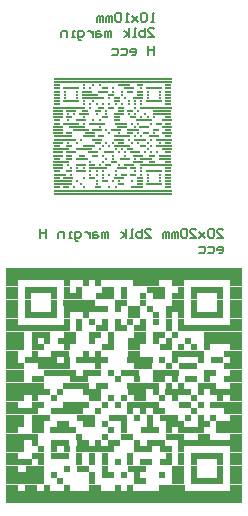
<source format=gbo>
G04*
G04 #@! TF.GenerationSoftware,Altium Limited,Altium Designer,21.3.2 (30)*
G04*
G04 Layer_Color=32896*
%FSLAX25Y25*%
%MOIN*%
G70*
G04*
G04 #@! TF.SameCoordinates,854D5A4D-7B49-4B2E-BA62-70F088FD304A*
G04*
G04*
G04 #@! TF.FilePolarity,Positive*
G04*
G01*
G75*
%ADD12C,0.00600*%
%ADD43R,0.78740X0.02130*%
%ADD44R,0.78740X0.02126*%
%ADD45R,0.04256X0.02130*%
%ADD46R,0.08512X0.02130*%
%ADD47R,0.02130X0.02130*%
%ADD48R,0.02126X0.02130*%
%ADD49R,0.04256X0.02130*%
%ADD50R,0.04256X0.02126*%
%ADD51R,0.10638X0.02126*%
%ADD52R,0.04256X0.02126*%
%ADD53R,0.02130X0.02126*%
%ADD54R,0.02130X0.02126*%
%ADD55R,0.12768X0.02126*%
%ADD56R,0.02126X0.02130*%
%ADD57R,0.02130X0.02130*%
%ADD58R,0.12768X0.02130*%
%ADD59R,0.04256X0.02126*%
%ADD60R,0.02126X0.02126*%
%ADD61R,0.04256X0.02126*%
%ADD62R,0.06386X0.02126*%
%ADD63R,0.02130X0.02126*%
%ADD64R,0.02126X0.02126*%
%ADD65R,0.06382X0.02126*%
%ADD66R,0.02126X0.02126*%
%ADD67R,0.02126X0.02126*%
%ADD68R,0.06382X0.02126*%
%ADD69R,0.06382X0.02130*%
%ADD70R,0.06386X0.02130*%
%ADD71R,0.21279X0.02126*%
%ADD72R,0.06386X0.02126*%
%ADD73R,0.10642X0.02130*%
%ADD74R,0.08512X0.02126*%
%ADD75R,0.06386X0.02126*%
%ADD76R,0.04260X0.02130*%
%ADD77R,0.04256X0.02130*%
%ADD78R,0.02130X0.02130*%
%ADD79R,0.02130X0.02130*%
%ADD80R,0.06386X0.02130*%
%ADD81R,0.02126X0.02130*%
%ADD82R,0.02126X0.02130*%
%ADD83R,0.06382X0.02130*%
%ADD84R,0.06386X0.02126*%
%ADD85R,0.04260X0.02126*%
%ADD86R,0.10642X0.02126*%
%ADD87R,0.08512X0.02130*%
%ADD88R,0.14898X0.02130*%
%ADD89R,0.04260X0.02130*%
%ADD90R,0.06386X0.02130*%
%ADD91R,0.08516X0.02126*%
%ADD92R,0.10642X0.02126*%
%ADD93R,0.10638X0.02130*%
%ADD94R,0.12768X0.02126*%
%ADD95R,0.02130X0.02126*%
%ADD96R,0.21279X0.02126*%
%ADD97R,0.10642X0.02126*%
%ADD98R,0.39370X0.01063*%
%ADD99R,0.39370X0.01067*%
%ADD100R,0.02130X0.01063*%
%ADD101R,0.04260X0.01063*%
%ADD102R,0.01063X0.01063*%
%ADD103R,0.02126X0.01063*%
%ADD104R,0.01067X0.01063*%
%ADD105R,0.02126X0.01063*%
%ADD106R,0.02130X0.01063*%
%ADD107R,0.05319X0.01063*%
%ADD108R,0.02130X0.01063*%
%ADD109R,0.01063X0.01063*%
%ADD110R,0.06386X0.01063*%
%ADD111R,0.01063X0.01063*%
%ADD112R,0.02130X0.01063*%
%ADD113R,0.06386X0.01063*%
%ADD114R,0.02130X0.01067*%
%ADD115R,0.01063X0.01067*%
%ADD116R,0.01063X0.01067*%
%ADD117R,0.02130X0.01067*%
%ADD118R,0.03193X0.01067*%
%ADD119R,0.01067X0.01067*%
%ADD120R,0.03193X0.01067*%
%ADD121R,0.04256X0.01063*%
%ADD122R,0.05319X0.01063*%
%ADD123R,0.03193X0.01063*%
%ADD124R,0.10642X0.01067*%
%ADD125R,0.03193X0.01063*%
%ADD126R,0.04256X0.01063*%
%ADD127R,0.04256X0.01063*%
%ADD128R,0.03189X0.01063*%
%ADD129R,0.01063X0.01063*%
%ADD130R,0.01067X0.01063*%
%ADD131R,0.04256X0.01067*%
%ADD132R,0.05319X0.01063*%
%ADD133R,0.02126X0.01067*%
%ADD134R,0.07449X0.01063*%
%ADD135R,0.03193X0.01063*%
%ADD136R,0.05319X0.01063*%
%ADD137R,0.02126X0.01063*%
%ADD138R,0.04260X0.01063*%
%ADD139R,0.05319X0.01067*%
%ADD140R,0.05323X0.01063*%
%ADD141R,0.04256X0.01063*%
%ADD142R,0.02126X0.01067*%
%ADD143R,0.05323X0.01067*%
D12*
X314400Y174677D02*
X313400D01*
X313900D01*
Y177676D01*
X314400Y177176D01*
X311901D02*
X311401Y177676D01*
X310401D01*
X309901Y177176D01*
Y175177D01*
X310401Y174677D01*
X311401D01*
X311901Y175177D01*
Y177176D01*
X308902Y176677D02*
X306902Y174677D01*
X307902Y175677D01*
X306902Y176677D01*
X308902Y174677D01*
X305903D02*
X304903D01*
X305403D01*
Y177676D01*
X305903Y177176D01*
X303404D02*
X302904Y177676D01*
X301904D01*
X301404Y177176D01*
Y175177D01*
X301904Y174677D01*
X302904D01*
X303404Y175177D01*
Y177176D01*
X300405Y174677D02*
Y176677D01*
X299905D01*
X299405Y176177D01*
Y174677D01*
Y176177D01*
X298905Y176677D01*
X298405Y176177D01*
Y174677D01*
X297406D02*
Y176677D01*
X296906D01*
X296406Y176177D01*
Y174677D01*
Y176177D01*
X295906Y176677D01*
X295406Y176177D01*
Y174677D01*
X312401Y169639D02*
X314400D01*
X312401Y171638D01*
Y172138D01*
X312900Y172638D01*
X313900D01*
X314400Y172138D01*
X311401Y172638D02*
Y169639D01*
X309901D01*
X309402Y170138D01*
Y170638D01*
Y171138D01*
X309901Y171638D01*
X311401D01*
X308402Y169639D02*
X307402D01*
X307902D01*
Y172638D01*
X308402D01*
X305903Y169639D02*
Y172638D01*
Y170638D02*
X304403Y171638D01*
X305903Y170638D02*
X304403Y169639D01*
X299905D02*
Y171638D01*
X299405D01*
X298905Y171138D01*
Y169639D01*
Y171138D01*
X298405Y171638D01*
X297905Y171138D01*
Y169639D01*
X296406Y171638D02*
X295406D01*
X294906Y171138D01*
Y169639D01*
X296406D01*
X296906Y170138D01*
X296406Y170638D01*
X294906D01*
X293907Y171638D02*
Y169639D01*
Y170638D01*
X293407Y171138D01*
X292907Y171638D01*
X292407D01*
X289908Y168639D02*
X289408D01*
X288908Y169139D01*
Y171638D01*
X290408D01*
X290908Y171138D01*
Y170138D01*
X290408Y169639D01*
X288908D01*
X287909D02*
X286909D01*
X287409D01*
Y171638D01*
X287909D01*
X285409Y169639D02*
Y171638D01*
X283910D01*
X283410Y171138D01*
Y169639D01*
X314400Y166599D02*
Y163600D01*
Y165100D01*
X312401D01*
Y166599D01*
Y163600D01*
X306902D02*
X307902D01*
X308402Y164100D01*
Y165100D01*
X307902Y165599D01*
X306902D01*
X306403Y165100D01*
Y164600D01*
X308402D01*
X303404Y165599D02*
X304903D01*
X305403Y165100D01*
Y164100D01*
X304903Y163600D01*
X303404D01*
X300405Y165599D02*
X301904D01*
X302404Y165100D01*
Y164100D01*
X301904Y163600D01*
X300405D01*
X335401Y102639D02*
X337400D01*
X335401Y104638D01*
Y105138D01*
X335900Y105638D01*
X336900D01*
X337400Y105138D01*
X334401D02*
X333901Y105638D01*
X332902D01*
X332402Y105138D01*
Y103139D01*
X332902Y102639D01*
X333901D01*
X334401Y103139D01*
Y105138D01*
X331402Y104638D02*
X329403Y102639D01*
X330402Y103639D01*
X329403Y104638D01*
X331402Y102639D01*
X326404D02*
X328403D01*
X326404Y104638D01*
Y105138D01*
X326903Y105638D01*
X327903D01*
X328403Y105138D01*
X325404D02*
X324904Y105638D01*
X323904D01*
X323405Y105138D01*
Y103139D01*
X323904Y102639D01*
X324904D01*
X325404Y103139D01*
Y105138D01*
X322405Y102639D02*
Y104638D01*
X321905D01*
X321405Y104138D01*
Y102639D01*
Y104138D01*
X320905Y104638D01*
X320406Y104138D01*
Y102639D01*
X319406D02*
Y104638D01*
X318906D01*
X318406Y104138D01*
Y102639D01*
Y104138D01*
X317906Y104638D01*
X317407Y104138D01*
Y102639D01*
X311408D02*
X313408D01*
X311408Y104638D01*
Y105138D01*
X311908Y105638D01*
X312908D01*
X313408Y105138D01*
X310409Y105638D02*
Y102639D01*
X308909D01*
X308409Y103139D01*
Y103639D01*
Y104138D01*
X308909Y104638D01*
X310409D01*
X307410Y102639D02*
X306410D01*
X306910D01*
Y105638D01*
X307410D01*
X304910Y102639D02*
Y105638D01*
Y103639D02*
X303411Y104638D01*
X304910Y103639D02*
X303411Y102639D01*
X298912D02*
Y104638D01*
X298413D01*
X297913Y104138D01*
Y102639D01*
Y104138D01*
X297413Y104638D01*
X296913Y104138D01*
Y102639D01*
X295414Y104638D02*
X294414D01*
X293914Y104138D01*
Y102639D01*
X295414D01*
X295913Y103139D01*
X295414Y103639D01*
X293914D01*
X292914Y104638D02*
Y102639D01*
Y103639D01*
X292415Y104138D01*
X291915Y104638D01*
X291415D01*
X288916Y101639D02*
X288416D01*
X287916Y102139D01*
Y104638D01*
X289416D01*
X289915Y104138D01*
Y103139D01*
X289416Y102639D01*
X287916D01*
X286916D02*
X285917D01*
X286417D01*
Y104638D01*
X286916D01*
X284417Y102639D02*
Y104638D01*
X282918D01*
X282418Y104138D01*
Y102639D01*
X278419Y105638D02*
Y102639D01*
Y104138D01*
X276420D01*
Y105638D01*
Y102639D01*
X335900Y97600D02*
X336900D01*
X337400Y98100D01*
Y99099D01*
X336900Y99599D01*
X335900D01*
X335401Y99099D01*
Y98600D01*
X337400D01*
X332402Y99599D02*
X333901D01*
X334401Y99099D01*
Y98100D01*
X333901Y97600D01*
X332402D01*
X329403Y99599D02*
X330902D01*
X331402Y99099D01*
Y98100D01*
X330902Y97600D01*
X329403D01*
D43*
X304370Y15065D02*
D03*
Y91675D02*
D03*
D44*
Y17193D02*
D03*
Y89547D02*
D03*
D45*
X341612Y19321D02*
D03*
X294793D02*
D03*
X267128D02*
D03*
X341612Y23577D02*
D03*
X299049D02*
D03*
X341612Y27833D02*
D03*
X318203D02*
D03*
X341612Y32089D02*
D03*
X318203D02*
D03*
X341612Y36345D02*
D03*
X330971D02*
D03*
Y40600D02*
D03*
X284152D02*
D03*
X275640D02*
D03*
X324589Y46986D02*
D03*
X275640D02*
D03*
X267128D02*
D03*
X326715Y55498D02*
D03*
X275640D02*
D03*
X307561Y64010D02*
D03*
X267128D02*
D03*
X341612Y66140D02*
D03*
X318203D02*
D03*
X307561D02*
D03*
X299049D02*
D03*
X275640D02*
D03*
X309691Y70396D02*
D03*
X294793D02*
D03*
X286281D02*
D03*
X341612Y78908D02*
D03*
X307561D02*
D03*
X267128D02*
D03*
X341612Y83163D02*
D03*
X267128D02*
D03*
X341612Y87419D02*
D03*
X267128D02*
D03*
D46*
X320331Y19321D02*
D03*
X269256Y27833D02*
D03*
X339484Y40600D02*
D03*
X288409Y46986D02*
D03*
X311819Y87419D02*
D03*
D47*
X306498Y19321D02*
D03*
X302242D02*
D03*
X278833D02*
D03*
X317140Y23577D02*
D03*
X306498Y27833D02*
D03*
X302242D02*
D03*
X297986D02*
D03*
Y36345D02*
D03*
Y40600D02*
D03*
X329907Y46986D02*
D03*
X302242D02*
D03*
X297986D02*
D03*
X329907Y51242D02*
D03*
X315010D02*
D03*
X283089D02*
D03*
X321396Y55498D02*
D03*
X302242D02*
D03*
X291600Y64010D02*
D03*
X274577D02*
D03*
X321396Y70396D02*
D03*
X302242Y78908D02*
D03*
X310754Y83163D02*
D03*
X291600Y87419D02*
D03*
D48*
X285216Y19321D02*
D03*
X308626Y23577D02*
D03*
X276705Y27833D02*
D03*
X285216Y32089D02*
D03*
X276705D02*
D03*
X332035Y55498D02*
D03*
X308626D02*
D03*
X319268Y59754D02*
D03*
X332035Y66140D02*
D03*
X285216D02*
D03*
X300114Y70396D02*
D03*
X285216Y87419D02*
D03*
D49*
X273514Y19321D02*
D03*
X322459Y23577D02*
D03*
X311817Y27833D02*
D03*
X305435Y36345D02*
D03*
X322459Y83163D02*
D03*
Y87419D02*
D03*
D50*
X341612Y21449D02*
D03*
X309691D02*
D03*
X341612Y29961D02*
D03*
X275640D02*
D03*
X267128D02*
D03*
X275640Y38472D02*
D03*
X267128D02*
D03*
X341612Y53370D02*
D03*
Y61882D02*
D03*
X267128D02*
D03*
X309691Y72524D02*
D03*
X341612Y76780D02*
D03*
X307561D02*
D03*
X267128D02*
D03*
X341612Y85291D02*
D03*
X299049D02*
D03*
X267128D02*
D03*
D51*
X332035Y21449D02*
D03*
Y29961D02*
D03*
X285216Y44858D02*
D03*
X276705Y61882D02*
D03*
X332035Y76780D02*
D03*
X276705D02*
D03*
X332035Y85291D02*
D03*
X276705D02*
D03*
D52*
X322459Y21449D02*
D03*
X296923Y53370D02*
D03*
X335226Y61882D02*
D03*
X303305Y72524D02*
D03*
X296923D02*
D03*
D53*
X293730Y21449D02*
D03*
Y29961D02*
D03*
D54*
X283089Y21449D02*
D03*
X306498Y29961D02*
D03*
X297986D02*
D03*
X310754Y44858D02*
D03*
X306498D02*
D03*
X329907Y61882D02*
D03*
X321396D02*
D03*
X317140D02*
D03*
X315010Y76780D02*
D03*
X291600D02*
D03*
D55*
X271384Y21449D02*
D03*
Y53370D02*
D03*
D56*
X336291Y23577D02*
D03*
X327780D02*
D03*
X304370D02*
D03*
X280961D02*
D03*
X336291Y27833D02*
D03*
X327780D02*
D03*
X323524D02*
D03*
X289472D02*
D03*
X323524Y32089D02*
D03*
X280961D02*
D03*
X289472Y36345D02*
D03*
X312882Y40600D02*
D03*
X304370D02*
D03*
X295858Y59754D02*
D03*
Y64010D02*
D03*
X327780Y66140D02*
D03*
X323524D02*
D03*
X336291Y78908D02*
D03*
X327780D02*
D03*
X312882D02*
D03*
X280961D02*
D03*
X272449D02*
D03*
X336291Y83163D02*
D03*
X327780D02*
D03*
X304370D02*
D03*
X280961D02*
D03*
X272449D02*
D03*
X295858Y87419D02*
D03*
D57*
X293730Y23577D02*
D03*
Y27833D02*
D03*
D58*
X271384Y23577D02*
D03*
X294793Y32089D02*
D03*
X337356Y70396D02*
D03*
D59*
X341612Y25705D02*
D03*
X267128D02*
D03*
X301179Y34216D02*
D03*
X341612Y49114D02*
D03*
X309691D02*
D03*
X294793D02*
D03*
X341612Y57626D02*
D03*
X333100D02*
D03*
X341612Y81035D02*
D03*
X267128D02*
D03*
D60*
X336291Y25705D02*
D03*
X327780D02*
D03*
X295858Y34216D02*
D03*
X336291Y49114D02*
D03*
X327780D02*
D03*
X304370D02*
D03*
X280961D02*
D03*
X336291Y81035D02*
D03*
X327780D02*
D03*
X280961D02*
D03*
X272449D02*
D03*
D61*
X322459Y25705D02*
D03*
X290537D02*
D03*
Y34216D02*
D03*
X322459Y81035D02*
D03*
X303305D02*
D03*
D62*
X308626Y25705D02*
D03*
X268193Y34216D02*
D03*
Y49114D02*
D03*
X293728Y57626D02*
D03*
X268193D02*
D03*
X308626Y68268D02*
D03*
X285216D02*
D03*
X268193D02*
D03*
D63*
X297986Y25705D02*
D03*
X274577Y34216D02*
D03*
X321396Y49114D02*
D03*
X317140D02*
D03*
X274577D02*
D03*
X315010Y68268D02*
D03*
X278833D02*
D03*
X274577D02*
D03*
X310754Y81035D02*
D03*
D64*
X285216Y25705D02*
D03*
X308626Y34216D02*
D03*
X300114Y49114D02*
D03*
Y57626D02*
D03*
X319268Y68268D02*
D03*
X300114D02*
D03*
D65*
X274577Y25705D02*
D03*
X283089Y34216D02*
D03*
X306498Y57626D02*
D03*
D66*
X323524Y29961D02*
D03*
X289472D02*
D03*
X304370Y38472D02*
D03*
X327780Y44858D02*
D03*
X295858D02*
D03*
X323524Y53370D02*
D03*
X289472Y72524D02*
D03*
X323524Y76780D02*
D03*
Y85291D02*
D03*
X304370D02*
D03*
X289472D02*
D03*
D67*
X319268Y29961D02*
D03*
Y38472D02*
D03*
X300114D02*
D03*
X319268Y53370D02*
D03*
X285216Y61882D02*
D03*
X319268Y72524D02*
D03*
Y76780D02*
D03*
X285216D02*
D03*
Y85291D02*
D03*
D68*
X283089Y29961D02*
D03*
D69*
X310754Y32089D02*
D03*
X321396Y36345D02*
D03*
Y40600D02*
D03*
X325652Y59754D02*
D03*
X310754D02*
D03*
X283089Y64010D02*
D03*
X321396Y78908D02*
D03*
X297986Y83163D02*
D03*
X287345D02*
D03*
D70*
X268193Y32089D02*
D03*
Y40600D02*
D03*
X308626Y51242D02*
D03*
X293728D02*
D03*
X340547Y55498D02*
D03*
X268193D02*
D03*
X340547Y59754D02*
D03*
X268193D02*
D03*
X340547Y64010D02*
D03*
X268193Y66140D02*
D03*
X276705Y70396D02*
D03*
X268193D02*
D03*
D71*
X333100Y34216D02*
D03*
D72*
X315012D02*
D03*
D73*
X270321Y36345D02*
D03*
X338419Y46986D02*
D03*
X310754D02*
D03*
X338419Y51242D02*
D03*
X325652Y64010D02*
D03*
D74*
X339484Y38472D02*
D03*
X326716D02*
D03*
X284154D02*
D03*
X288409Y53370D02*
D03*
X309689Y61882D02*
D03*
D75*
X312882Y38472D02*
D03*
X315012Y85291D02*
D03*
D76*
X292665Y40600D02*
D03*
D77*
X341612Y42730D02*
D03*
Y74652D02*
D03*
X267128D02*
D03*
D78*
X334163Y42730D02*
D03*
X329907D02*
D03*
X315010Y74652D02*
D03*
X310754D02*
D03*
X306498D02*
D03*
X302242D02*
D03*
X297986D02*
D03*
D79*
X325652Y42730D02*
D03*
X293730Y74652D02*
D03*
D80*
X319268Y42730D02*
D03*
X291602D02*
D03*
X276705D02*
D03*
X268193D02*
D03*
D81*
X312882D02*
D03*
X323524Y74652D02*
D03*
X289472D02*
D03*
D82*
X308626Y42730D02*
D03*
X319268Y74652D02*
D03*
X285216D02*
D03*
D83*
X302242Y42730D02*
D03*
D84*
X340547Y44858D02*
D03*
X332035Y53370D02*
D03*
D85*
X316075Y44858D02*
D03*
D86*
X270321D02*
D03*
X310754Y53370D02*
D03*
X293730Y61882D02*
D03*
D87*
X322461Y51242D02*
D03*
D88*
X272449D02*
D03*
X291602Y78908D02*
D03*
D89*
X316075Y55498D02*
D03*
Y70396D02*
D03*
Y83163D02*
D03*
D90*
X289472Y55498D02*
D03*
D91*
X318203Y57626D02*
D03*
D92*
X283089D02*
D03*
D93*
X280961Y59754D02*
D03*
D94*
X337356Y68268D02*
D03*
D95*
X325652D02*
D03*
X293730D02*
D03*
D96*
X333100Y72524D02*
D03*
X275640D02*
D03*
D97*
X289474Y81035D02*
D03*
D98*
X300555Y117291D02*
D03*
Y155598D02*
D03*
D99*
Y118356D02*
D03*
Y154534D02*
D03*
D100*
X319175Y119421D02*
D03*
X281935D02*
D03*
X319175Y121547D02*
D03*
X297896D02*
D03*
X319175Y123677D02*
D03*
X307470D02*
D03*
X319175Y124740D02*
D03*
X286191D02*
D03*
X281935D02*
D03*
X319175Y125803D02*
D03*
X307470D02*
D03*
X319175Y127933D02*
D03*
X313856D02*
D03*
X319175Y131126D02*
D03*
X306407Y132189D02*
D03*
X310663Y133252D02*
D03*
X286191D02*
D03*
X281935D02*
D03*
X306407Y137508D02*
D03*
X286191D02*
D03*
X319175Y140701D02*
D03*
X281935D02*
D03*
X302152Y141764D02*
D03*
X281935D02*
D03*
X319175Y147087D02*
D03*
X281935D02*
D03*
X319175Y148150D02*
D03*
X302152D02*
D03*
X281935D02*
D03*
X319175Y149213D02*
D03*
X302152D02*
D03*
X281935D02*
D03*
X319175Y151342D02*
D03*
X306407D02*
D03*
X281935D02*
D03*
X319175Y153469D02*
D03*
X281935D02*
D03*
D101*
X308535Y119421D02*
D03*
X292575Y133252D02*
D03*
D102*
X301618Y119421D02*
D03*
X299492D02*
D03*
X287787D02*
D03*
X312260Y121547D02*
D03*
X295236D02*
D03*
X288850D02*
D03*
X312260Y123677D02*
D03*
X301618D02*
D03*
X299492D02*
D03*
X297362D02*
D03*
X295236D02*
D03*
X308004Y124740D02*
D03*
X301618D02*
D03*
X297362D02*
D03*
X295236D02*
D03*
X288850Y125803D02*
D03*
X297362Y127933D02*
D03*
X315453Y131126D02*
D03*
X313323D02*
D03*
X311197D02*
D03*
X304811D02*
D03*
X312260Y132189D02*
D03*
X303748D02*
D03*
X301618D02*
D03*
X296299D02*
D03*
X313323Y133252D02*
D03*
X299492D02*
D03*
X297362D02*
D03*
X313323Y135382D02*
D03*
X305874D02*
D03*
X289913D02*
D03*
X299492Y137508D02*
D03*
X308004Y139638D02*
D03*
X296299D02*
D03*
X313323Y140701D02*
D03*
X296299Y141764D02*
D03*
X285658D02*
D03*
X311197Y143894D02*
D03*
X308004D02*
D03*
X305874D02*
D03*
X295236D02*
D03*
X287787D02*
D03*
X285658D02*
D03*
X308004Y147087D02*
D03*
X305874D02*
D03*
X303748D02*
D03*
X301618D02*
D03*
X299492D02*
D03*
X297362D02*
D03*
X295236D02*
D03*
X308004Y148150D02*
D03*
X305874D02*
D03*
X312260Y149213D02*
D03*
X304811D02*
D03*
X299492D02*
D03*
X288850D02*
D03*
X312260Y151342D02*
D03*
X303748D02*
D03*
X288850D02*
D03*
X296299Y153469D02*
D03*
D103*
X295768Y119421D02*
D03*
X304279Y123677D02*
D03*
X311728Y137508D02*
D03*
D104*
X290978Y119421D02*
D03*
X306939Y121547D02*
D03*
X302683D02*
D03*
X310132Y123677D02*
D03*
X286722D02*
D03*
X310132Y124740D02*
D03*
Y125803D02*
D03*
X290978D02*
D03*
X286722D02*
D03*
X302683Y131126D02*
D03*
X314388Y137508D02*
D03*
X302683D02*
D03*
X306939Y140701D02*
D03*
X290978D02*
D03*
X294171Y141764D02*
D03*
X298427Y143894D02*
D03*
X310132Y147087D02*
D03*
X290978D02*
D03*
X310132Y148150D02*
D03*
X294171D02*
D03*
X290978D02*
D03*
X294171Y153469D02*
D03*
X290978D02*
D03*
D105*
X285126Y119421D02*
D03*
X301087Y127933D02*
D03*
X315984Y140701D02*
D03*
D106*
X319175Y120484D02*
D03*
X303215D02*
D03*
X286191Y128996D02*
D03*
X281935D02*
D03*
X319175Y136445D02*
D03*
X306407Y144957D02*
D03*
X303215D02*
D03*
X291510D02*
D03*
X319175Y152406D02*
D03*
X297896D02*
D03*
X281935D02*
D03*
D107*
X314388Y120484D02*
D03*
Y152406D02*
D03*
X286722D02*
D03*
D108*
X309600Y120484D02*
D03*
D109*
X295236D02*
D03*
X289913D02*
D03*
X308004Y128996D02*
D03*
Y136445D02*
D03*
D110*
X284063Y120484D02*
D03*
Y136445D02*
D03*
X317047Y144957D02*
D03*
D111*
X316516Y121547D02*
D03*
X300555D02*
D03*
X316516Y123677D02*
D03*
X293106D02*
D03*
Y124740D02*
D03*
Y127933D02*
D03*
X309067Y137508D02*
D03*
Y140701D02*
D03*
X293106Y147087D02*
D03*
X316516Y149213D02*
D03*
X284594D02*
D03*
X316516Y151342D02*
D03*
X300555D02*
D03*
X284594D02*
D03*
D112*
X309600Y121547D02*
D03*
Y151342D02*
D03*
Y153469D02*
D03*
D113*
X284063Y121547D02*
D03*
X295768Y125803D02*
D03*
X317047Y143894D02*
D03*
D114*
X319175Y122612D02*
D03*
X281935D02*
D03*
X298959Y126868D02*
D03*
X313856Y130061D02*
D03*
X294703D02*
D03*
X290447D02*
D03*
X286191D02*
D03*
X319175Y134317D02*
D03*
X303215D02*
D03*
X319175Y138573D02*
D03*
X314919D02*
D03*
X319175Y142829D02*
D03*
X307470D02*
D03*
X302152D02*
D03*
X297896D02*
D03*
X286191D02*
D03*
X303215Y146022D02*
D03*
X319175Y150277D02*
D03*
X281935D02*
D03*
D115*
X316516Y122612D02*
D03*
X300555Y130061D02*
D03*
X316516Y134317D02*
D03*
X309067D02*
D03*
X300555D02*
D03*
X293106Y146022D02*
D03*
X316516Y150277D02*
D03*
X284594D02*
D03*
D116*
X312260Y122612D02*
D03*
X297362D02*
D03*
X296299Y126868D02*
D03*
X285658D02*
D03*
X304811Y130061D02*
D03*
X297362D02*
D03*
X312260Y134317D02*
D03*
X288850D02*
D03*
X285658D02*
D03*
X312260Y142829D02*
D03*
X308004Y146022D02*
D03*
X312260Y150277D02*
D03*
X303748D02*
D03*
X288850D02*
D03*
D117*
X309600Y122612D02*
D03*
X293640D02*
D03*
Y126868D02*
D03*
X309600Y150277D02*
D03*
D118*
X302683Y122612D02*
D03*
X305876Y126868D02*
D03*
X289915D02*
D03*
X282467D02*
D03*
Y130061D02*
D03*
Y134317D02*
D03*
X295234Y138573D02*
D03*
X282467D02*
D03*
Y142829D02*
D03*
D119*
X290978Y122612D02*
D03*
X302683Y126868D02*
D03*
X306939Y134317D02*
D03*
X298427D02*
D03*
Y138573D02*
D03*
X314388Y142829D02*
D03*
X310132D02*
D03*
X290978D02*
D03*
D120*
X285659Y122612D02*
D03*
X309069Y130061D02*
D03*
X301620Y138573D02*
D03*
D121*
X282998Y123677D02*
D03*
X309600Y135382D02*
D03*
D122*
X314388Y124740D02*
D03*
X283529Y127933D02*
D03*
X290978Y132189D02*
D03*
X283529D02*
D03*
X317581Y133252D02*
D03*
Y135382D02*
D03*
X295234Y140701D02*
D03*
X286722D02*
D03*
X311195Y141764D02*
D03*
X314388Y148150D02*
D03*
X286722D02*
D03*
D123*
X289915Y124740D02*
D03*
X303746Y125803D02*
D03*
X282467D02*
D03*
X286722Y131126D02*
D03*
X282467D02*
D03*
X318644Y132189D02*
D03*
X302683Y135382D02*
D03*
X295234D02*
D03*
X318644Y137508D02*
D03*
X282467D02*
D03*
X318644Y139638D02*
D03*
X311195D02*
D03*
X303746D02*
D03*
X282467D02*
D03*
X318644Y141764D02*
D03*
X289915D02*
D03*
X302683Y143894D02*
D03*
X290978D02*
D03*
X282467D02*
D03*
X297364Y151342D02*
D03*
D124*
X314919Y126868D02*
D03*
Y146022D02*
D03*
X286191D02*
D03*
D125*
X309069Y127933D02*
D03*
X308002Y131126D02*
D03*
X299490D02*
D03*
X294171D02*
D03*
X293108Y137508D02*
D03*
X309069Y149213D02*
D03*
X292041Y151342D02*
D03*
D126*
X318112Y128996D02*
D03*
D127*
X311726D02*
D03*
X290447D02*
D03*
D128*
X304811D02*
D03*
D129*
X300555D02*
D03*
X309067Y144957D02*
D03*
X300555Y152406D02*
D03*
X293106D02*
D03*
D130*
X298427Y128996D02*
D03*
X310132Y136445D02*
D03*
X298427Y144957D02*
D03*
X310132Y152406D02*
D03*
X290978D02*
D03*
D131*
X318112Y130061D02*
D03*
X307470Y138573D02*
D03*
D132*
X303746Y133252D02*
D03*
D133*
X295768Y134317D02*
D03*
X296831Y146022D02*
D03*
D134*
X284594Y135382D02*
D03*
X294169Y149213D02*
D03*
D135*
X314388Y136445D02*
D03*
X286722Y144957D02*
D03*
X282467D02*
D03*
X305876Y152406D02*
D03*
D136*
X303746Y136445D02*
D03*
D137*
X296831D02*
D03*
X295768Y144957D02*
D03*
D138*
X292575Y136445D02*
D03*
D139*
X289915Y138573D02*
D03*
D140*
X288850Y139638D02*
D03*
D141*
X303215Y140701D02*
D03*
X304278Y153469D02*
D03*
D142*
X300024Y146022D02*
D03*
Y150277D02*
D03*
D143*
X293106D02*
D03*
M02*

</source>
